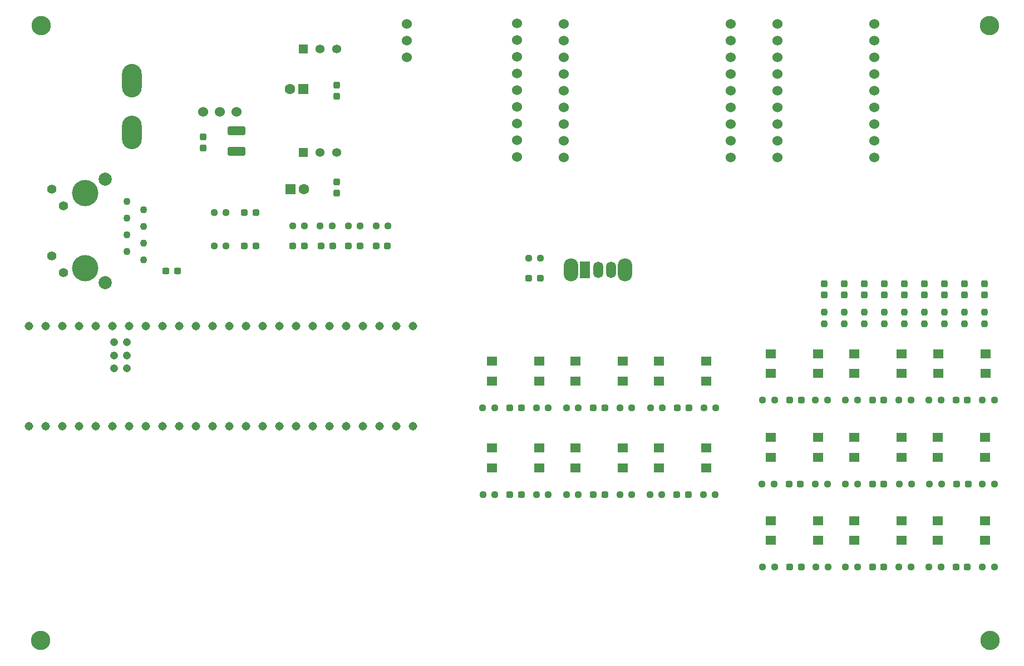
<source format=gts>
G04 #@! TF.GenerationSoftware,KiCad,Pcbnew,(6.0.7)*
G04 #@! TF.CreationDate,2023-03-20T21:26:27-05:00*
G04 #@! TF.ProjectId,DriveBoard_Rev2,44726976-6542-46f6-9172-645f52657632,rev?*
G04 #@! TF.SameCoordinates,Original*
G04 #@! TF.FileFunction,Soldermask,Top*
G04 #@! TF.FilePolarity,Negative*
%FSLAX46Y46*%
G04 Gerber Fmt 4.6, Leading zero omitted, Abs format (unit mm)*
G04 Created by KiCad (PCBNEW (6.0.7)) date 2023-03-20 21:26:27*
%MOMM*%
%LPD*%
G01*
G04 APERTURE LIST*
G04 Aperture macros list*
%AMRoundRect*
0 Rectangle with rounded corners*
0 $1 Rounding radius*
0 $2 $3 $4 $5 $6 $7 $8 $9 X,Y pos of 4 corners*
0 Add a 4 corners polygon primitive as box body*
4,1,4,$2,$3,$4,$5,$6,$7,$8,$9,$2,$3,0*
0 Add four circle primitives for the rounded corners*
1,1,$1+$1,$2,$3*
1,1,$1+$1,$4,$5*
1,1,$1+$1,$6,$7*
1,1,$1+$1,$8,$9*
0 Add four rect primitives between the rounded corners*
20,1,$1+$1,$2,$3,$4,$5,0*
20,1,$1+$1,$4,$5,$6,$7,0*
20,1,$1+$1,$6,$7,$8,$9,0*
20,1,$1+$1,$8,$9,$2,$3,0*%
G04 Aperture macros list end*
%ADD10RoundRect,0.237500X-0.287500X-0.237500X0.287500X-0.237500X0.287500X0.237500X-0.287500X0.237500X0*%
%ADD11RoundRect,0.237500X-0.250000X-0.237500X0.250000X-0.237500X0.250000X0.237500X-0.250000X0.237500X0*%
%ADD12C,1.524000*%
%ADD13RoundRect,0.237500X0.287500X0.237500X-0.287500X0.237500X-0.287500X-0.237500X0.287500X-0.237500X0*%
%ADD14RoundRect,0.237500X-0.237500X0.287500X-0.237500X-0.287500X0.237500X-0.287500X0.237500X0.287500X0*%
%ADD15R,1.600000X1.600000*%
%ADD16C,1.600000*%
%ADD17C,1.100000*%
%ADD18C,1.400000*%
%ADD19C,4.000000*%
%ADD20C,2.000000*%
%ADD21RoundRect,0.237500X-0.237500X0.250000X-0.237500X-0.250000X0.237500X-0.250000X0.237500X0.250000X0*%
%ADD22C,2.946400*%
%ADD23R,1.600000X1.400000*%
%ADD24O,2.200000X3.500000*%
%ADD25R,1.500000X2.500000*%
%ADD26O,1.500000X2.500000*%
%ADD27RoundRect,0.237500X-0.237500X0.300000X-0.237500X-0.300000X0.237500X-0.300000X0.237500X0.300000X0*%
%ADD28C,1.308000*%
%ADD29C,1.208000*%
%ADD30RoundRect,0.250000X-1.100000X0.412500X-1.100000X-0.412500X1.100000X-0.412500X1.100000X0.412500X0*%
%ADD31RoundRect,0.237500X-0.300000X-0.237500X0.300000X-0.237500X0.300000X0.237500X-0.300000X0.237500X0*%
%ADD32O,3.000000X5.100000*%
%ADD33R,1.358000X1.358000*%
%ADD34C,1.358000*%
%ADD35RoundRect,0.237500X0.237500X-0.300000X0.237500X0.300000X-0.237500X0.300000X-0.237500X-0.300000X0*%
%ADD36RoundRect,0.237500X0.250000X0.237500X-0.250000X0.237500X-0.250000X-0.237500X0.250000X-0.237500X0*%
G04 APERTURE END LIST*
D10*
X174940000Y-124573000D03*
X176690000Y-124573000D03*
D11*
X115673500Y-100330000D03*
X117498500Y-100330000D03*
D12*
X65532000Y-55245000D03*
X62992000Y-55245000D03*
X60452000Y-55245000D03*
D11*
X74017500Y-72644000D03*
X75842500Y-72644000D03*
D13*
X68439000Y-70612000D03*
X66689000Y-70612000D03*
D14*
X154940000Y-81421000D03*
X154940000Y-83171000D03*
D15*
X75631113Y-51816000D03*
D16*
X73631113Y-51816000D03*
D10*
X74055000Y-75692000D03*
X75805000Y-75692000D03*
D17*
X48814000Y-68936000D03*
X51354000Y-70206000D03*
X48814000Y-71476000D03*
X51354000Y-72746000D03*
X48814000Y-74016000D03*
X51354000Y-75286000D03*
X48814000Y-76556000D03*
X51354000Y-77826000D03*
D18*
X37384000Y-67056000D03*
X39174000Y-69596000D03*
X37384000Y-77166000D03*
X39174000Y-79706000D03*
D19*
X42464000Y-67666000D03*
X42464000Y-79096000D03*
D20*
X45514000Y-81256000D03*
X45514000Y-65506000D03*
D12*
X115316000Y-41910000D03*
X115316000Y-44450000D03*
X115316000Y-46990000D03*
X115316000Y-49530000D03*
X115316000Y-52070000D03*
X115316000Y-54610000D03*
X115316000Y-57150000D03*
X115316000Y-59690000D03*
X115316000Y-62230000D03*
D10*
X82540500Y-75692000D03*
X84290500Y-75692000D03*
X149643500Y-124573000D03*
X151393500Y-124573000D03*
X162240000Y-124573000D03*
X163990000Y-124573000D03*
D11*
X158138500Y-99173000D03*
X159963500Y-99173000D03*
D21*
X170133000Y-85739000D03*
X170133000Y-87564000D03*
D14*
X170180000Y-81421000D03*
X170180000Y-83171000D03*
D22*
X180086000Y-42164000D03*
D14*
X164084000Y-81421000D03*
X164084000Y-83171000D03*
D23*
X179459000Y-92085000D03*
X172259000Y-92085000D03*
X179459000Y-95085000D03*
X172259000Y-95085000D03*
D11*
X166266500Y-124573000D03*
X168091500Y-124573000D03*
D10*
X78373000Y-75692000D03*
X80123000Y-75692000D03*
D11*
X123801500Y-100330000D03*
X125626500Y-100330000D03*
X102936000Y-100330000D03*
X104761000Y-100330000D03*
X62079500Y-75692000D03*
X63904500Y-75692000D03*
D24*
X116403250Y-79335000D03*
X124603250Y-79335000D03*
D25*
X118503250Y-79335000D03*
D26*
X120503250Y-79335000D03*
X122503250Y-79335000D03*
D11*
X153566500Y-99173000D03*
X155391500Y-99173000D03*
D22*
X35814000Y-42164000D03*
D14*
X179324000Y-81421000D03*
X179324000Y-83171000D03*
D11*
X178966500Y-99173000D03*
X180791500Y-99173000D03*
D10*
X86708000Y-75692000D03*
X88458000Y-75692000D03*
D21*
X157941000Y-85739000D03*
X157941000Y-87564000D03*
D23*
X172215000Y-117485000D03*
X179415000Y-117485000D03*
X179415000Y-120485000D03*
X172215000Y-120485000D03*
D15*
X73720888Y-67056000D03*
D16*
X75720888Y-67056000D03*
D10*
X132475000Y-113538000D03*
X134225000Y-113538000D03*
D11*
X62079500Y-70612000D03*
X63904500Y-70612000D03*
X136605000Y-100330000D03*
X138430000Y-100330000D03*
D12*
X108204001Y-62154997D03*
X108204001Y-59614997D03*
X108204001Y-57074997D03*
X108204001Y-54534997D03*
X108204001Y-51994997D03*
X108204001Y-49454997D03*
X108204001Y-46914997D03*
X108204001Y-44374997D03*
X108204001Y-41834997D03*
D14*
X157988000Y-81421000D03*
X157988000Y-83171000D03*
D21*
X173181000Y-85739000D03*
X173181000Y-87564000D03*
D12*
X162560000Y-41910000D03*
X162560000Y-44450000D03*
X162560000Y-46990000D03*
X162560000Y-49530000D03*
X162560000Y-52070000D03*
X162560000Y-54610000D03*
X162560000Y-57150000D03*
X162560000Y-59690000D03*
X162560000Y-62230000D03*
D23*
X124250000Y-106450000D03*
X117050000Y-106450000D03*
X124250000Y-109450000D03*
X117050000Y-109450000D03*
D21*
X167085000Y-85739000D03*
X167085000Y-87564000D03*
D11*
X111101500Y-113538000D03*
X112926500Y-113538000D03*
D22*
X35731580Y-135718420D03*
D27*
X80772000Y-65939500D03*
X80772000Y-67664500D03*
D14*
X173228000Y-81421000D03*
X173228000Y-83171000D03*
D10*
X107075000Y-113538000D03*
X108825000Y-113538000D03*
X175043500Y-111906000D03*
X176793500Y-111906000D03*
D11*
X102973500Y-113538000D03*
X104798500Y-113538000D03*
D12*
X91440000Y-41910000D03*
X91440000Y-44450000D03*
X91440000Y-46990000D03*
D11*
X170838500Y-99173000D03*
X172663500Y-99173000D03*
X136501500Y-113538000D03*
X138326500Y-113538000D03*
X178966500Y-111906000D03*
X180791500Y-111906000D03*
X123801500Y-113538000D03*
X125626500Y-113538000D03*
X86717500Y-72644000D03*
X88542500Y-72644000D03*
X170942000Y-111906000D03*
X172767000Y-111906000D03*
D10*
X162240000Y-99173000D03*
X163990000Y-99173000D03*
D23*
X104350000Y-93242000D03*
X111550000Y-93242000D03*
X104350000Y-96242000D03*
X111550000Y-96242000D03*
D10*
X119775000Y-100330000D03*
X121525000Y-100330000D03*
D11*
X170838500Y-124573000D03*
X172663500Y-124573000D03*
D10*
X174940000Y-99173000D03*
X176690000Y-99173000D03*
D21*
X164037000Y-85739000D03*
X164037000Y-87564000D03*
D28*
X36418000Y-103110500D03*
X38958000Y-103110500D03*
X41498000Y-103110500D03*
X44038000Y-103110500D03*
X69438000Y-103110500D03*
X38958000Y-87870500D03*
X46578000Y-103110500D03*
X49118000Y-103110500D03*
X51658000Y-103110500D03*
X54198000Y-103110500D03*
X56738000Y-103110500D03*
X59278000Y-103110500D03*
X61818000Y-103110500D03*
X64358000Y-103110500D03*
X66898000Y-103110500D03*
X66898000Y-87870500D03*
X64358000Y-87870500D03*
X61818000Y-87870500D03*
X59278000Y-87870500D03*
X56738000Y-87870500D03*
X54198000Y-87870500D03*
X51658000Y-87870500D03*
X49118000Y-87870500D03*
X46578000Y-87870500D03*
X44038000Y-87870500D03*
X41498000Y-87870500D03*
X71978000Y-103110500D03*
X74518000Y-103110500D03*
X77058000Y-103110500D03*
X79598000Y-103110500D03*
X82138000Y-103110500D03*
X84678000Y-103110500D03*
X87218000Y-103110500D03*
X89758000Y-103110500D03*
X92298000Y-103110500D03*
X92298000Y-87870500D03*
X89758000Y-87870500D03*
X87218000Y-87870500D03*
X84678000Y-87870500D03*
X82138000Y-87870500D03*
X79598000Y-87870500D03*
X77058000Y-87870500D03*
X74518000Y-87870500D03*
X71978000Y-87870500D03*
X33878000Y-103110500D03*
X69438000Y-87870500D03*
X36418000Y-87870500D03*
D29*
X48848000Y-92320500D03*
X46848000Y-92320500D03*
X46848000Y-90320500D03*
X48848000Y-90320500D03*
X48848000Y-94320500D03*
X46848000Y-94320500D03*
D28*
X33878000Y-87870500D03*
D23*
X159515000Y-117485000D03*
X166715000Y-117485000D03*
X166715000Y-120485000D03*
X159515000Y-120485000D03*
D30*
X65532000Y-58127500D03*
X65532000Y-61252500D03*
D23*
X154015000Y-104818000D03*
X146815000Y-104818000D03*
X146815000Y-107818000D03*
X154015000Y-107818000D03*
D31*
X54763500Y-79502000D03*
X56488500Y-79502000D03*
D11*
X158138500Y-124573000D03*
X159963500Y-124573000D03*
X145542000Y-99173000D03*
X147367000Y-99173000D03*
D27*
X60452000Y-59081500D03*
X60452000Y-60806500D03*
D21*
X160989000Y-85739000D03*
X160989000Y-87564000D03*
D11*
X145542000Y-124573000D03*
X147367000Y-124573000D03*
D22*
X180168420Y-135718420D03*
D32*
X49592200Y-50521000D03*
X49592200Y-58395000D03*
D11*
X78232000Y-72644000D03*
X80057000Y-72644000D03*
D13*
X68441000Y-75692000D03*
X66691000Y-75692000D03*
D11*
X178966500Y-124573000D03*
X180791500Y-124573000D03*
D21*
X176229000Y-85739000D03*
X176229000Y-87564000D03*
D23*
X154015000Y-117485000D03*
X146815000Y-117485000D03*
X154015000Y-120485000D03*
X146815000Y-120485000D03*
D21*
X179277000Y-85739000D03*
X179277000Y-87564000D03*
D11*
X158138500Y-111906000D03*
X159963500Y-111906000D03*
D14*
X176276000Y-81421000D03*
X176276000Y-83171000D03*
D11*
X128373500Y-113538000D03*
X130198500Y-113538000D03*
X115673500Y-113538000D03*
X117498500Y-113538000D03*
D33*
X75692000Y-45692000D03*
D34*
X78232000Y-45692000D03*
X80772000Y-45692000D03*
D10*
X149540000Y-111906000D03*
X151290000Y-111906000D03*
D11*
X111101500Y-100330000D03*
X112926500Y-100330000D03*
D23*
X159515000Y-92085000D03*
X166715000Y-92085000D03*
X166715000Y-95085000D03*
X159515000Y-95085000D03*
X166715000Y-104818000D03*
X159515000Y-104818000D03*
X166715000Y-107818000D03*
X159515000Y-107818000D03*
D11*
X82503000Y-72644000D03*
X84328000Y-72644000D03*
D10*
X109976250Y-80561500D03*
X111726250Y-80561500D03*
D21*
X154893000Y-85739000D03*
X154893000Y-87564000D03*
D11*
X128477000Y-100330000D03*
X130302000Y-100330000D03*
D10*
X162240000Y-111906000D03*
X163990000Y-111906000D03*
X149643500Y-99173000D03*
X151393500Y-99173000D03*
X119775000Y-113538000D03*
X121525000Y-113538000D03*
D11*
X145438500Y-111906000D03*
X147263500Y-111906000D03*
X153670000Y-124573000D03*
X155495000Y-124573000D03*
X166266500Y-99173000D03*
X168091500Y-99173000D03*
D23*
X104350000Y-106450000D03*
X111550000Y-106450000D03*
X104350000Y-109450000D03*
X111550000Y-109450000D03*
D35*
X80772000Y-52932500D03*
X80772000Y-51207500D03*
D11*
X166370000Y-111906000D03*
X168195000Y-111906000D03*
D14*
X167132000Y-81421000D03*
X167132000Y-83171000D03*
D23*
X136950000Y-106450000D03*
X129750000Y-106450000D03*
X136950000Y-109450000D03*
X129750000Y-109450000D03*
D14*
X161036000Y-81421000D03*
X161036000Y-83171000D03*
D10*
X107075000Y-100330000D03*
X108825000Y-100330000D03*
D23*
X124250000Y-93242000D03*
X117050000Y-93242000D03*
X124250000Y-96242000D03*
X117050000Y-96242000D03*
D10*
X132578500Y-100330000D03*
X134328500Y-100330000D03*
D36*
X111763750Y-77513500D03*
X109938750Y-77513500D03*
D23*
X136950000Y-93242000D03*
X129750000Y-93242000D03*
X136950000Y-96242000D03*
X129750000Y-96242000D03*
D11*
X153566500Y-111906000D03*
X155391500Y-111906000D03*
D12*
X140716000Y-62230000D03*
X140716000Y-59690000D03*
X140716000Y-57150000D03*
X140716000Y-54610000D03*
X140716000Y-52070000D03*
X140716000Y-49530000D03*
X140716000Y-46990000D03*
X140716000Y-44450000D03*
X140716000Y-41910000D03*
D23*
X179415000Y-104818000D03*
X172215000Y-104818000D03*
X179415000Y-107818000D03*
X172215000Y-107818000D03*
D33*
X75692000Y-61440000D03*
D34*
X78232000Y-61440000D03*
X80772000Y-61440000D03*
D23*
X154015000Y-92085000D03*
X146815000Y-92085000D03*
X146815000Y-95085000D03*
X154015000Y-95085000D03*
D12*
X147828000Y-41910000D03*
X147828000Y-44450000D03*
X147828000Y-46990000D03*
X147828000Y-49530000D03*
X147828000Y-52070000D03*
X147828000Y-54610000D03*
X147828000Y-57150000D03*
X147828000Y-59690000D03*
X147828000Y-62230000D03*
M02*

</source>
